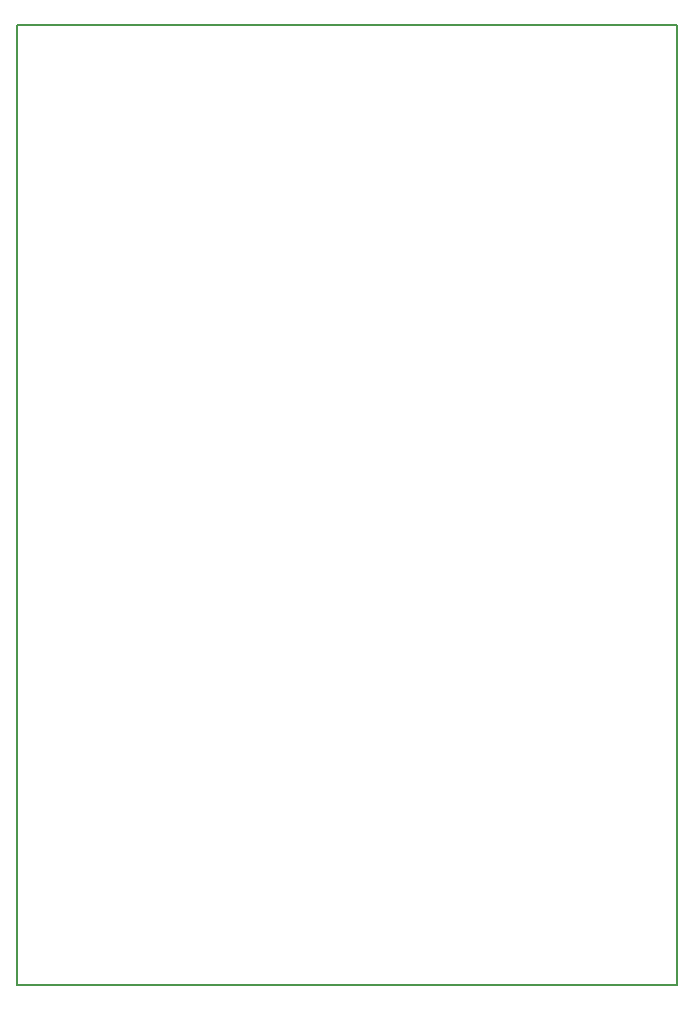
<source format=gko>
%TF.GenerationSoftware,KiCad,Pcbnew,4.0.4+e1-6308~48~ubuntu16.04.1-stable*%
%TF.CreationDate,2016-12-16T12:07:21-08:00*%
%TF.ProjectId,e202var-vlf-radio-receiver,653230327661722D766C662D72616469,v1.2*%
%TF.FileFunction,Profile,NP*%
%FSLAX46Y46*%
G04 Gerber Fmt 4.6, Leading zero omitted, Abs format (unit mm)*
G04 Created by KiCad (PCBNEW 4.0.4+e1-6308~48~ubuntu16.04.1-stable) date Fri Dec 16 12:07:21 2016*
%MOMM*%
%LPD*%
G01*
G04 APERTURE LIST*
%ADD10C,0.350000*%
%ADD11C,0.152400*%
G04 APERTURE END LIST*
D10*
D11*
X113030000Y-38100000D02*
X114300000Y-38100000D01*
X58420000Y-38100000D02*
X113030000Y-38100000D01*
X58420000Y-119380000D02*
X58420000Y-38100000D01*
X114300000Y-119380000D02*
X58420000Y-119380000D01*
X114300000Y-38100000D02*
X114300000Y-119380000D01*
M02*

</source>
